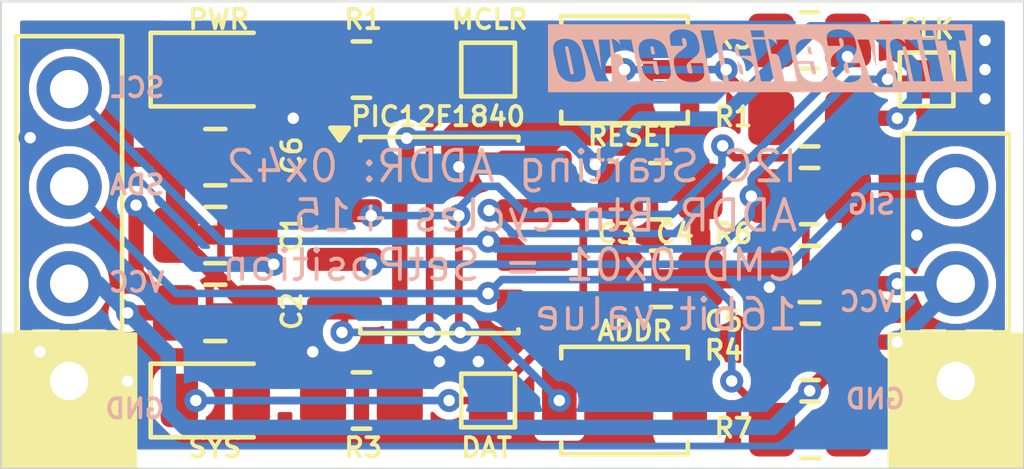
<source format=kicad_pcb>
(kicad_pcb (version 20241229) (generator "pcbnew") (generator_version "9.0")
  (layers (0 "F.Cu" signal) (2 "B.Cu" signal) (13 "F.Paste" user) (15 "B.Paste" user) (5 "F.SilkS" user "F.Silkscreen") (7 "B.SilkS" user "B.Silkscreen") (1 "F.Mask" user) (3 "B.Mask" user) (25 "Edge.Cuts" user))
  (net 0 "")
  (net 1 "Net-(D1-A)")
  (net 2 "Net-(D2-A)")
  (net 3 "Net-(Q1-B)")
  (net 4 "/GND")
  (net 5 "/VCC")
  (net 6 "/SIG")
  (net 7 "/SCL")
  (net 8 "/SDA")
  (net 9 "/MCLR")
  (net 10 "/BTN")
  (net 11 "/SYSLED")
  (footprint "Resistor_SMD:R_0805_2012Metric_Pad1.20x1.40mm_HandSolder" (layer "F.Cu") (at 175.514 96.774 180)
    (property "Reference" "R6" (hide yes))
    (property "Value" "R" (hide yes))
    (pad "1" smd roundrect (at -1 0 180) (size 1.2 1.4) (layers "F.Cu" "F.Mask" "F.Paste") (roundrect_rratio 0.208333) (net 5 "/VCC"))
    (pad "2" smd roundrect (at 1 0 180) (size 1.2 1.4) (layers "F.Cu" "F.Mask" "F.Paste") (roundrect_rratio 0.208333) (net 7 "/SCL"))
  )
  (footprint "Resistor_SMD:R_0805_2012Metric_Pad1.20x1.40mm_HandSolder" (layer "F.Cu") (at 163.83 102.108 180)
    (property "Reference" "R3" (hide yes))
    (property "Value" "R" (hide yes))
    (pad "1" smd roundrect (at -1 0 180) (size 1.2 1.4) (layers "F.Cu" "F.Mask" "F.Paste") (roundrect_rratio 0.208333) (net 5 "/VCC"))
    (pad "2" smd roundrect (at 1 0 180) (size 1.2 1.4) (layers "F.Cu" "F.Mask" "F.Paste") (roundrect_rratio 0.208333) (net 2 "Net-(D2-A)"))
  )
  (footprint "Button_Switch_SMD:SW_SPST_B3U-1000P" (layer "F.Cu") (at 170.688 102.108 180)
    (property "Reference" "SW2" (hide yes))
    (property "Value" "SW_Push" (hide yes))
    (pad "1" smd rect (at -1.7 0 180) (size 0.9 1.7) (layers "F.Cu" "F.Mask" "F.Paste") (net 4 "/GND"))
    (pad "2" smd rect (at 1.7 0 180) (size 0.9 1.7) (layers "F.Cu" "F.Mask" "F.Paste") (net 10 "/BTN"))
  )
  (footprint "Button_Switch_SMD:SW_SPST_B3U-1000P" (layer "F.Cu") (at 170.688 93.472 180)
    (property "Reference" "SW1" (hide yes))
    (property "Value" "SW_Push" (hide yes))
    (pad "1" smd rect (at -1.7 0 180) (size 0.9 1.7) (layers "F.Cu" "F.Mask" "F.Paste") (net 4 "/GND"))
    (pad "2" smd rect (at 1.7 0 180) (size 0.9 1.7) (layers "F.Cu" "F.Mask" "F.Paste") (net 9 "/MCLR"))
  )
  (footprint "TestPoint:TestPoint_Pad_1.0x1.0mm" (layer "F.Cu") (at 167.132 102.108)
    (property "Reference" "TP2" (hide yes))
    (property "Value" "TestPoint" (hide yes))
    (pad "1" smd rect (at 0 0) (size 1 1) (layers "F.Cu" "F.Mask") (net 11 "/SYSLED"))
  )
  (footprint "Resistor_SMD:R_0805_2012Metric_Pad1.20x1.40mm_HandSolder" (layer "F.Cu") (at 175.53 100.838 180)
    (property "Reference" "R4" (hide yes))
    (property "Value" "R" (hide yes))
    (pad "1" smd roundrect (at -1 0 180) (size 1.2 1.4) (layers "F.Cu" "F.Mask" "F.Paste") (roundrect_rratio 0.208333) (net 5 "/VCC"))
    (pad "2" smd roundrect (at 1 0 180) (size 1.2 1.4) (layers "F.Cu" "F.Mask" "F.Paste") (roundrect_rratio 0.208333) (net 10 "/BTN"))
  )
  (footprint "TestPoint:TestPoint_Pad_1.0x1.0mm" (layer "F.Cu") (at 167.132 93.472)
    (property "Reference" "TP1" (hide yes))
    (property "Value" "TestPoint" (hide yes))
    (pad "1" smd rect (at 0 0) (size 1 1) (layers "F.Cu" "F.Mask") (net 9 "/MCLR"))
  )
  (footprint "Capacitor_SMD:C_0805_2012Metric_Pad1.18x1.45mm_HandSolder" (layer "F.Cu") (at 171.6175 96.647)
    (property "Reference" "C3" (hide yes))
    (property "Value" "C" (hide yes))
    (pad "1" smd roundrect (at -1.0375 0) (size 1.175 1.45) (layers "F.Cu" "F.Mask" "F.Paste") (roundrect_rratio 0.212766) (net 5 "/VCC"))
    (pad "2" smd roundrect (at 1.0375 0) (size 1.175 1.45) (layers "F.Cu" "F.Mask" "F.Paste") (roundrect_rratio 0.212766) (net 4 "/GND"))
  )
  (footprint "LED_SMD:LED_0805_2012Metric" (layer "F.Cu") (at 160.02 93.472)
    (property "Reference" "D1" (hide yes))
    (property "Value" "LED" (hide yes))
    (pad "1" smd roundrect (at -0.9375 0) (size 0.975 1.4) (layers "F.Cu" "F.Mask" "F.Paste") (net 4 "/GND"))
    (pad "2" smd roundrect (at 0.9375 0) (size 0.975 1.4) (layers "F.Cu" "F.Mask" "F.Paste") (net 1 "Net-(D1-A)"))
  )
  (footprint "Capacitor_SMD:C_0805_2012Metric_Pad1.18x1.45mm_HandSolder" (layer "F.Cu") (at 160.02 95.758 180)
    (property "Reference" "C6" (hide yes))
    (property "Value" "C" (hide yes))
    (pad "1" smd roundrect (at -1.0375 0 180) (size 1.175 1.45) (layers "F.Cu" "F.Mask" "F.Paste") (roundrect_rratio 0.212766) (net 5 "/VCC"))
    (pad "2" smd roundrect (at 1.0375 0 180) (size 1.175 1.45) (layers "F.Cu" "F.Mask" "F.Paste") (roundrect_rratio 0.212766) (net 4 "/GND"))
  )
  (footprint "TestPoint:TestPoint_Pad_1.0x1.0mm" (layer "F.Cu") (at 178.562 93.726)
    (property "Reference" "TP3" (hide yes))
    (property "Value" "TestPoint" (hide yes))
    (pad "1" smd rect (at 0 0) (size 1 1) (layers "F.Cu" "F.Mask") (net 7 "/SCL"))
  )
  (footprint "Capacitor_SMD:C_0805_2012Metric_Pad1.18x1.45mm_HandSolder" (layer "F.Cu") (at 175.514 98.806 180)
    (property "Reference" "C5" (hide yes))
    (property "Value" "C" (hide yes))
    (pad "1" smd roundrect (at -1.0375 0 180) (size 1.175 1.45) (layers "F.Cu" "F.Mask" "F.Paste") (roundrect_rratio 0.212766) (net 5 "/VCC"))
    (pad "2" smd roundrect (at 1.0375 0 180) (size 1.175 1.45) (layers "F.Cu" "F.Mask" "F.Paste") (roundrect_rratio 0.212766) (net 4 "/GND"))
  )
  (footprint "Capacitor_SMD:C_0805_2012Metric_Pad1.18x1.45mm_HandSolder" (layer "F.Cu") (at 160.02 99.822)
    (property "Reference" "C2" (hide yes))
    (property "Value" "C" (hide yes))
    (pad "1" smd roundrect (at -1.0375 0) (size 1.175 1.45) (layers "F.Cu" "F.Mask" "F.Paste") (roundrect_rratio 0.212766) (net 5 "/VCC"))
    (pad "2" smd roundrect (at 1.0375 0) (size 1.175 1.45) (layers "F.Cu" "F.Mask" "F.Paste") (roundrect_rratio 0.212766) (net 4 "/GND"))
  )
  (footprint "LED_SMD:LED_0805_2012Metric" (layer "F.Cu") (at 160.02 102.108)
    (property "Reference" "D2" (hide yes))
    (property "Value" "LED" (hide yes))
    (pad "1" smd roundrect (at -0.9375 0) (size 0.975 1.4) (layers "F.Cu" "F.Mask" "F.Paste") (net 11 "/SYSLED"))
    (pad "2" smd roundrect (at 0.9375 0) (size 0.975 1.4) (layers "F.Cu" "F.Mask" "F.Paste") (net 2 "Net-(D2-A)"))
  )
  (footprint "Resistor_SMD:R_0805_2012Metric_Pad1.20x1.40mm_HandSolder" (layer "F.Cu") (at 163.83 93.472 180)
    (property "Reference" "R2" (hide yes))
    (property "Value" "R" (hide yes))
    (pad "1" smd roundrect (at -1 0 180) (size 1.2 1.4) (layers "F.Cu" "F.Mask" "F.Paste") (roundrect_rratio 0.208333) (net 5 "/VCC"))
    (pad "2" smd roundrect (at 1 0 180) (size 1.2 1.4) (layers "F.Cu" "F.Mask" "F.Paste") (roundrect_rratio 0.208333) (net 1 "Net-(D1-A)"))
  )
  (footprint "Resistor_SMD:R_0805_2012Metric_Pad1.20x1.40mm_HandSolder" (layer "F.Cu") (at 175.53 102.87 180)
    (property "Reference" "R7" (hide yes))
    (property "Value" "R" (hide yes))
    (pad "1" smd roundrect (at -1 0 180) (size 1.2 1.4) (layers "F.Cu" "F.Mask" "F.Paste") (roundrect_rratio 0.208333) (net 5 "/VCC"))
    (pad "2" smd roundrect (at 1 0 180) (size 1.2 1.4) (layers "F.Cu" "F.Mask" "F.Paste") (roundrect_rratio 0.208333) (net 8 "/SDA"))
  )
  (footprint "Capacitor_SMD:C_0805_2012Metric_Pad1.18x1.45mm_HandSolder" (layer "F.Cu") (at 160.02 97.79 180)
    (property "Reference" "C1" (hide yes))
    (property "Value" "C" (hide yes))
    (pad "1" smd roundrect (at -1.0375 0 180) (size 1.175 1.45) (layers "F.Cu" "F.Mask" "F.Paste") (roundrect_rratio 0.212766) (net 5 "/VCC"))
    (pad "2" smd roundrect (at 1.0375 0 180) (size 1.175 1.45) (layers "F.Cu" "F.Mask" "F.Paste") (roundrect_rratio 0.212766) (net 4 "/GND"))
  )
  (footprint "Connector_PinHeader_2.54mm:PinHeader_1x03_P2.54mm_Vertical" (layer "F.Cu") (at 179.324 101.6 180)
    (property "Reference" "J1" (hide yes))
    (property "Value" "Conn_01x03_Pin" (hide yes))
    (pad "1" thru_hole rect (at 0 0 180) (size 1.7 1.7) (drill 1) (layers "*.Cu" "*.Mask") (net 4 "/GND"))
    (pad "2" thru_hole circle (at 0 2.54 180) (size 1.7 1.7) (drill 1) (layers "*.Cu" "*.Mask") (net 5 "/VCC"))
    (pad "3" thru_hole circle (at 0 5.08 180) (size 1.7 1.7) (drill 1) (layers "*.Cu" "*.Mask") (net 6 "/SIG"))
  )
  (footprint "Connector_PinHeader_2.54mm:PinHeader_1x04_P2.54mm_Vertical" (layer "F.Cu") (at 156.21 101.6 180)
    (property "Reference" "J2" (hide yes))
    (property "Value" "Conn_01x04_Pin" (hide yes))
    (pad "1" thru_hole rect (at 0 0 180) (size 1.7 1.7) (drill 1) (layers "*.Cu" "*.Mask") (net 4 "/GND"))
    (pad "2" thru_hole circle (at 0 2.54 180) (size 1.7 1.7) (drill 1) (layers "*.Cu" "*.Mask") (net 5 "/VCC"))
    (pad "3" thru_hole circle (at 0 5.08 180) (size 1.7 1.7) (drill 1) (layers "*.Cu" "*.Mask") (net 8 "/SDA"))
    (pad "4" thru_hole circle (at 0 7.62 180) (size 1.7 1.7) (drill 1) (layers "*.Cu" "*.Mask") (net 7 "/SCL"))
  )
  (footprint "Resistor_SMD:R_0805_2012Metric_Pad1.20x1.40mm_HandSolder" (layer "F.Cu") (at 175.514 94.742 180)
    (property "Reference" "R1" (hide yes))
    (property "Value" "R" (hide yes))
    (pad "1" smd roundrect (at -1 0 180) (size 1.2 1.4) (layers "F.Cu" "F.Mask" "F.Paste") (roundrect_rratio 0.208333) (net 5 "/VCC"))
    (pad "2" smd roundrect (at 1 0 180) (size 1.2 1.4) (layers "F.Cu" "F.Mask" "F.Paste") (roundrect_rratio 0.208333) (net 9 "/MCLR"))
  )
  (footprint "Capacitor_SMD:C_0805_2012Metric_Pad1.18x1.45mm_HandSolder" (layer "F.Cu") (at 171.639 98.933)
    (property "Reference" "C4" (hide yes))
    (property "Value" "C" (hide yes))
    (pad "1" smd roundrect (at -1.0375 0) (size 1.175 1.45) (layers "F.Cu" "F.Mask" "F.Paste") (roundrect_rratio 0.212766) (net 5 "/VCC"))
    (pad "2" smd roundrect (at 1.0375 0) (size 1.175 1.45) (layers "F.Cu" "F.Mask" "F.Paste") (roundrect_rratio 0.212766) (net 4 "/GND"))
  )
  (footprint "Package_SO:SOIC-8_3.9x4.9mm_P1.27mm" (layer "F.Cu") (at 165.862 97.79)
    (property "Reference" "U1" (hide yes))
    (property "Value" "PIC12LF1840-xSN" (hide yes))
    (pad "1" smd roundrect (at -2.475 -1.905) (size 1.95 0.6) (layers "F.Cu" "F.Mask" "F.Paste") (net 5 "/VCC"))
    (pad "2" smd roundrect (at -2.475 -0.635) (size 1.95 0.6) (layers "F.Cu" "F.Mask" "F.Paste") (net 10 "/BTN"))
    (pad "3" smd roundrect (at -2.475 0.635) (size 1.95 0.6) (layers "F.Cu" "F.Mask" "F.Paste") (net 6 "/SIG"))
    (pad "4" smd roundrect (at -2.475 1.905) (size 1.95 0.6) (layers "F.Cu" "F.Mask" "F.Paste") (net 9 "/MCLR"))
    (pad "5" smd roundrect (at 2.475 1.905) (size 1.95 0.6) (layers "F.Cu" "F.Mask" "F.Paste") (net 8 "/SDA"))
    (pad "6" smd roundrect (at 2.475 0.635) (size 1.95 0.6) (layers "F.Cu" "F.Mask" "F.Paste") (net 7 "/SCL"))
    (pad "7" smd roundrect (at 2.475 -0.635) (size 1.95 0.6) (layers "F.Cu" "F.Mask" "F.Paste") (net 11 "/SYSLED"))
    (pad "8" smd roundrect (at 2.475 -1.905) (size 1.95 0.6) (layers "F.Cu" "F.Mask" "F.Paste") (net 4 "/GND"))
  )
  (footprint "Resistor_SMD:R_0805_2012Metric_Pad1.20x1.40mm_HandSolder" (layer "F.Cu") (at 175.514 92.71)
    (property "Reference" "R5" (hide yes))
    (property "Value" "R" (hide yes))
    (pad "1" smd roundrect (at -1 0) (size 1.2 1.4) (layers "F.Cu" "F.Mask" "F.Paste") (roundrect_rratio 0.208333) (net 3 "Net-(Q1-B)"))
    (pad "2" smd roundrect (at 1 0) (size 1.2 1.4) (layers "F.Cu" "F.Mask" "F.Paste") (roundrect_rratio 0.208333) (net 11 "/SYSLED"))
  )
  (gr_poly (pts (xy 175.51665 92.867225) (xy 175.533301 92.88229) (xy 175.544793 92.911843) (xy 175.564588 92.993885) (xy 175.580928 93.07258) (xy 175.48626 93.07258) (xy 175.46992 92.993885) (xy 175.456909 92.917176) (xy 175.456291 92.885954) (xy 175.465671 92.867843) (xy 175.487286 92.861554)) (fill yes) (layer "B.SilkS"))
  (gr_poly (pts (xy 171.423921 92.867225) (xy 171.440572 92.88229) (xy 171.452064 92.911843) (xy 171.47186 92.993885) (xy 171.4882 93.07258) (xy 171.393531 93.07258) (xy 171.377191 92.993885) (xy 171.364181 92.917176) (xy 171.363563 92.885954) (xy 171.372943 92.867843) (xy 171.394557 92.861554)) (fill yes) (layer "B.SilkS"))
  (gr_poly (pts (xy 179.756065 94.064085) (xy 168.692937 94.064085) (xy 168.692937 92.898484) (xy 168.82627 92.898484) (xy 168.828433 92.961791) (xy 168.846347 93.070382) (xy 168.901668 93.336362) (xy 168.934221 93.47263) (xy 168.960726 93.551272) (xy 168.996444 93.616315) (xy 169.049093 93.678913) (xy 169.113757 93.730451) (xy 169.188751 93.766547) (xy 169.271445 93.787484) (xy 169.364972 93.794757) (xy 169.467332 93.788114) (xy 169.542 93.770651) (xy 169.585816 93.750822) (xy 169.618767 93.726526) (xy 169.64275 93.697817) (xy 169.666536 93.645313) (xy 169.677188 93.579921) (xy 169.673515 93.502719) (xy 169.651689 93.372413) (xy 169.593803 93.094122) (xy 169.568778 92.993615) (xy 169.54145 92.916115) (xy 169.512617 92.857598) (xy 169.474965 92.805118) (xy 169.427386 92.759681) (xy 169.368709 92.72087) (xy 169.304055 92.692896) (xy 169.283489 92.688044) (xy 169.564128 92.688044) (xy 169.941849 93.776) (xy 170.364414 93.776) (xy 170.30096 92.688044) (xy 170.011532 92.688044) (xy 170.086856 93.486352) (xy 169.962073 93.055508) (xy 169.853629 92.688044) (xy 169.564128 92.688044) (xy 169.283489 92.688044) (xy 169.229972 92.675418) (xy 169.144641 92.669286) (xy 170.344923 92.669286) (xy 170.424864 93.053822) (xy 170.507989 93.060842) (xy 170.560639 93.078369) (xy 170.600817 93.108107) (xy 170.626145 93.146586) (xy 170.644659 93.204642) (xy 170.677582 93.347939) (xy 170.766609 93.776) (xy 171.090548 93.776) (xy 170.912633 92.920253) (xy 171.054681 92.920253) (xy 171.058541 92.999985) (xy 171.075893 93.106872) (xy 171.105862 93.25078) (xy 171.525276 93.25078) (xy 171.574149 93.486059) (xy 171.584785 93.553779) (xy 171.583528 93.581167) (xy 171.572368 93.596685) (xy 171.547844 93.602489) (xy 171.515287 93.595245) (xy 171.492669 93.574206) (xy 171.476753 93.538827) (xy 171.457498 93.464663) (xy 171.427603 93.321122) (xy 171.120443 93.321122) (xy 171.13715 93.401429) (xy 171.160396 93.49602) (xy 171.181846 93.556327) (xy 171.212268 93.609491) (xy 171.263985 93.671879) (xy 171.327204 93.725776) (xy 171.399027 93.764056) (xy 171.479946 93.786581) (xy 171.581403 93.794757) (xy 171.679505 93.786657) (xy 171.756378 93.764496) (xy 171.801849 93.740687) (xy 171.83625 93.712995) (xy 171.861378 93.681404) (xy 171.886756 93.626092) (xy 171.897722 93.565193) (xy 171.895036 93.495104) (xy 171.87618 93.380619) (xy 171.810307 93.063787) (xy 171.786001 92.969927) (xy 171.757571 92.896171) (xy 171.725897 92.839133) (xy 171.685194 92.788853) (xy 171.635651 92.746997) (xy 171.5762 92.713103) (xy 171.511688 92.688932) (xy 171.44318 92.674274) (xy 171.369864 92.669286) (xy 171.280226 92.675979) (xy 171.210275 92.694197) (xy 171.155981 92.722043) (xy 171.110303 92.761674) (xy 171.07903 92.80785) (xy 171.060726 92.861921) (xy 171.058235 92.885954) (xy 171.054681 92.920253) (xy 170.912633 92.920253) (xy 170.864355 92.688044) (xy 170.540415 92.688044) (xy 170.583646 92.834077) (xy 170.525821 92.760879) (xy 170.467387 92.711617) (xy 170.407598 92.68191) (xy 170.344923 92.669286) (xy 169.144641 92.669286) (xy 169.072397 92.673419) (xy 169.012991 92.684857) (xy 168.964316 92.702479) (xy 168.919506 92.727973) (xy 168.88586 92.756728) (xy 168.861588 92.788794) (xy 168.836853 92.843403) (xy 168.829198 92.883243) (xy 168.82627 92.898484) (xy 168.692937 92.898484) (xy 168.692937 92.619367) (xy 171.867548 92.619367) (xy 171.871476 92.691067) (xy 171.889588 92.799492) (xy 171.900579 92.852175) (xy 172.214041 92.852175) (xy 172.193451 92.75311) (xy 172.1843 92.689669) (xy 172.18715 92.664817) (xy 172.199412 92.651008) (xy 172.2232 92.645839) (xy 172.251109 92.652011) (xy 172.274637 92.670972) (xy 172.291909 92.700183) (xy 172.306071 92.747102) (xy 172.3137 92.808832) (xy 172.309002 92.845947) (xy 172.288839 92.878145) (xy 172.230527 92.927427) (xy 172.101739 93.027384) (xy 172.028702 93.100748) (xy 171.993709 93.15406) (xy 171.980103 93.196817) (xy 171.97381 93.255103) (xy 171.97733 93.333409) (xy 171.994002 93.436893) (xy 172.017961 93.531048) (xy 172.04359 93.598841) (xy 172.069986 93.64594) (xy 172.104957 93.686252) (xy 172.153642 93.723857) (xy 172.21895 93.758634) (xy 172.28854 93.783624) (xy 172.363527 93.798903) (xy 172.44485 93.804136) (xy 172.533937 93.797658) (xy 172.606379 93.779715) (xy 172.665255 93.751819) (xy 172.715545 93.712044) (xy 172.747145 93.668051) (xy 172.763074 93.618609) (xy 172.766832 93.564458) (xy 172.761867 93.489737) (xy 172.744976 93.388972) (xy 172.726951 93.302364) (xy 172.413489 93.302364) (xy 172.446829 93.462685) (xy 172.456536 93.530518) (xy 172.453423 93.557866) (xy 172.439505 93.573147) (xy 172.410852 93.579042) (xy 172.38018 93.572359) (xy 172.355091 93.552078) (xy 172.336766 93.520819) (xy 172.321972 93.471771) (xy 172.310241 93.391729) (xy 172.311979 93.344538) (xy 172.321385 93.318704) (xy 172.35797 93.278787) (xy 172.454376 93.198023) (xy 172.551947 93.116951) (xy 172.595353 93.074046) (xy 172.622231 93.030279) (xy 172.640928 92.967507) (xy 172.645237 92.895109) (xy 172.631696 92.793704) (xy 172.605524 92.692666) (xy 172.577 92.620462) (xy 172.547212 92.570734) (xy 172.508463 92.527997) (xy 172.460266 92.491292) (xy 172.401253 92.460532) (xy 172.367125 92.448882) (xy 172.667453 92.448882) (xy 172.943399 93.776) (xy 173.27701 93.776) (xy 173.089567 92.874524) (xy 173.236856 92.874524) (xy 173.247982 92.982803) (xy 173.294009 93.23041) (xy 173.300011 93.259279) (xy 173.407436 93.776) (xy 173.722582 93.776) (xy 173.702139 93.677814) (xy 173.747787 93.72992) (xy 173.796954 93.765521) (xy 173.852405 93.787321) (xy 173.91485 93.794757) (xy 173.969846 93.789143) (xy 174.017987 93.772902) (xy 174.060736 93.746104) (xy 174.082467 93.719864) (xy 174.096071 93.679774) (xy 174.099294 93.620027) (xy 174.087408 93.533027) (xy 174.06887 93.443854) (xy 174.046906 93.363574) (xy 174.022443 93.310659) (xy 173.996623 93.277817) (xy 173.961696 93.252105) (xy 173.896725 93.218376) (xy 173.788454 93.174722) (xy 173.635171 93.11199) (xy 173.599704 93.088773) (xy 173.586115 93.060442) (xy 173.569735 92.998575) (xy 173.557556 92.920107) (xy 173.55911 92.88742) (xy 173.571406 92.868164) (xy 173.595014 92.861554) (xy 173.623616 92.867404) (xy 173.640443 92.883316) (xy 173.652101 92.913802) (xy 173.671877 92.996083) (xy 173.695618 93.110096) (xy 173.99948 93.110096) (xy 173.984313 93.037189) (xy 173.963209 92.953532) (xy 173.940007 92.889886) (xy 173.915436 92.842577) (xy 173.882999 92.800869) (xy 173.837422 92.760616) (xy 173.776071 92.72175) (xy 173.709651 92.693423) (xy 173.686352 92.688044) (xy 174.023221 92.688044) (xy 174.249414 93.776) (xy 174.583025 93.776) (xy 174.356832 92.688044) (xy 174.023221 92.688044) (xy 173.686352 92.688044) (xy 173.632389 92.675586) (xy 173.542184 92.669286) (xy 174.437652 92.669286) (xy 174.517593 93.053822) (xy 174.600717 93.060842) (xy 174.653367 93.078369) (xy 174.693545 93.108107) (xy 174.718873 93.146586) (xy 174.737388 93.204642) (xy 174.770311 93.347939) (xy 174.859337 93.776) (xy 175.183277 93.776) (xy 175.005361 92.920253) (xy 175.147409 92.920253) (xy 175.15127 92.999985) (xy 175.168622 93.106872) (xy 175.198591 93.25078) (xy 175.618004 93.25078) (xy 175.666877 93.486059) (xy 175.677514 93.553779) (xy 175.676256 93.581167) (xy 175.665097 93.596685) (xy 175.640572 93.602489) (xy 175.608016 93.595245) (xy 175.585398 93.574206) (xy 175.569482 93.538827) (xy 175.550227 93.464663) (xy 175.520332 93.321122) (xy 175.213172 93.321122) (xy 175.229878 93.401429) (xy 175.253125 93.49602) (xy 175.274575 93.556327) (xy 175.304996 93.609491) (xy 175.356713 93.671879) (xy 175.419932 93.725776) (xy 175.491755 93.764056) (xy 175.572674 93.786581) (xy 175.674131 93.794757) (xy 175.772233 93.786657) (xy 175.849107 93.764496) (xy 175.894577 93.740687) (xy 175.928979 93.712995) (xy 175.954107 93.681404) (xy 175.979484 93.626092) (xy 175.99045 93.565193) (xy 175.987764 93.495104) (xy 175.968908 93.380619) (xy 175.903036 93.063787) (xy 175.87873 92.969927) (xy 175.850299 92.896171) (xy 175.818625 92.839133) (xy 175.777922 92.788853) (xy 175.728379 92.746997) (xy 175.668929 92.713103) (xy 175.604417 92.688932) (xy 175.535908 92.674274) (xy 175.462593 92.669286) (xy 175.372954 92.675979) (xy 175.303004 92.694197) (xy 175.248709 92.722043) (xy 175.203031 92.761674) (xy 175.171759 92.80785) (xy 175.153454 92.861921) (xy 175.150963 92.885954) (xy 175.147409 92.920253) (xy 175.005361 92.920253) (xy 174.957083 92.688044) (xy 174.633144 92.688044) (xy 174.676375 92.834077) (xy 174.618549 92.760879) (xy 174.560116 92.711617) (xy 174.500326 92.68191) (xy 174.437652 92.669286) (xy 173.542184 92.669286) (xy 173.457255 92.673971) (xy 173.392239 92.686521) (xy 173.3432 92.705133) (xy 173.306832 92.728711) (xy 173.266861 92.77218) (xy 173.244074 92.820129) (xy 173.236856 92.874524) (xy 173.089567 92.874524) (xy 173.001064 92.448882) (xy 173.973468 92.448882) (xy 174.009592 92.622392) (xy 174.343203 92.622392) (xy 174.342573 92.619367) (xy 175.960277 92.619367) (xy 175.964205 92.691067) (xy 175.982317 92.799492) (xy 175.993308 92.852175) (xy 176.306769 92.852175) (xy 176.28618 92.75311) (xy 176.277028 92.689669) (xy 176.279878 92.664817) (xy 176.29214 92.651008) (xy 176.315928 92.645839) (xy 176.343837 92.652011) (xy 176.367366 92.670972) (xy 176.384638 92.700183) (xy 176.3988 92.747102) (xy 176.406428 92.808832) (xy 176.401731 92.845947) (xy 176.381568 92.878145) (xy 176.323256 92.927427) (xy 176.194468 93.027384) (xy 176.121431 93.100748) (xy 176.086438 93.15406) (xy 176.072832 93.196817) (xy 176.066539 93.255103) (xy 176.070059 93.333409) (xy 176.086731 93.436893) (xy 176.110689 93.531048) (xy 176.136319 93.598841) (xy 176.162715 93.64594) (xy 176.197685 93.686252) (xy 176.246371 93.723857) (xy 176.311678 93.758634) (xy 176.381269 93.783624) (xy 176.456255 93.798903) (xy 176.537579 93.804136) (xy 176.626665 93.797658) (xy 176.699108 93.779715) (xy 176.757983 93.751819) (xy 176.808273 93.712044) (xy 176.839873 93.668051) (xy 176.855803 93.618609) (xy 176.859561 93.564458) (xy 176.854595 93.489737) (xy 176.837704 93.388972) (xy 176.819679 93.302364) (xy 176.506218 93.302364) (xy 176.539557 93.462685) (xy 176.549264 93.530518) (xy 176.546152 93.557866) (xy 176.532233 93.573147) (xy 176.50358 93.579042) (xy 176.472909 93.572359) (xy 176.447819 93.552078) (xy 176.429494 93.520819) (xy 176.4147 93.471771) (xy 176.40297 93.391729) (xy 176.404708 93.344538) (xy 176.414114 93.318704) (xy 176.450699 93.278787) (xy 176.547104 93.198023) (xy 176.644675 93.116951) (xy 176.688081 93.074046) (xy 176.71496 93.030279) (xy 176.733657 92.967507) (xy 176.737965 92.895109) (xy 176.724424 92.793704) (xy 176.698253 92.692666) (xy 176.696427 92.688044) (xy 176.75835 92.688044) (xy 177.015025 93.475214) (xy 177.073143 93.648466) (xy 177.10493 93.732036) (xy 177.138405 93.795451) (xy 177.177617 93.84451) (xy 177.226045 93.882576) (xy 177.28694 93.909796) (xy 177.36133 93.924563) (xy 177.487341 93.930752) (xy 177.683786 93.930752) (xy 177.647736 93.757242) (xy 177.578764 93.754724) (xy 177.549037 93.749475) (xy 177.530406 93.737101) (xy 177.520168 93.714524) (xy 177.516431 93.600291) (xy 177.505648 92.81063) (xy 177.608242 92.81063) (xy 177.612348 92.881211) (xy 177.635279 93.014182) (xy 177.793695 93.776) (xy 178.117561 93.776) (xy 177.960977 93.022974) (xy 177.942286 92.920889) (xy 177.939728 92.886174) (xy 177.948712 92.868282) (xy 177.974679 92.861554) (xy 178.004578 92.868786) (xy 178.023992 92.889838) (xy 178.038141 92.929978) (xy 178.064219 93.041) (xy 178.216993 93.776) (xy 178.540932 93.776) (xy 178.314739 92.688044) (xy 178.440695 92.688044) (xy 178.666888 93.776) (xy 179.000499 93.776) (xy 178.774306 92.688044) (xy 178.440695 92.688044) (xy 178.314739 92.688044) (xy 177.985157 92.688044) (xy 178.011535 92.787695) (xy 177.960512 92.734972) (xy 177.906902 92.698889) (xy 177.847718 92.676749) (xy 177.78329 92.669286) (xy 177.729086 92.674325) (xy 177.687377 92.688078) (xy 177.655356 92.70944) (xy 177.630229 92.738621) (xy 177.614683 92.771937) (xy 177.608242 92.81063) (xy 177.505648 92.81063) (xy 177.503974 92.688044) (xy 177.209711 92.688044) (xy 177.257704 93.42788) (xy 177.052614 92.688044) (xy 176.75835 92.688044) (xy 176.696427 92.688044) (xy 176.669729 92.620462) (xy 176.639941 92.570734) (xy 176.601191 92.527997) (xy 176.552995 92.491292) (xy 176.493981 92.460532) (xy 176.459854 92.448882) (xy 178.390942 92.448882) (xy 178.427066 92.622392) (xy 178.760677 92.622392) (xy 178.724554 92.448882) (xy 178.808744 92.448882) (xy 178.864358 92.716181) (xy 179.064833 92.716181) (xy 179.285164 93.776) (xy 179.622732 93.776) (xy 179.402401 92.716181) (xy 179.602069 92.716181) (xy 179.546455 92.448882) (xy 178.808744 92.448882) (xy 178.724554 92.448882) (xy 178.390942 92.448882) (xy 176.459854 92.448882) (xy 176.43063 92.438906) (xy 176.359846 92.425434) (xy 176.280464 92.420745) (xy 176.193513 92.426197) (xy 176.122772 92.441243) (xy 176.065408 92.464415) (xy 176.014568 92.498204) (xy 175.982587 92.534613) (xy 175.965538 92.574325) (xy 175.960277 92.619367) (xy 174.342573 92.619367) (xy 174.30708 92.448882) (xy 173.973468 92.448882) (xy 173.001064 92.448882) (xy 172.667453 92.448882) (xy 172.367125 92.448882) (xy 172.337901 92.438906) (xy 172.267117 92.425434) (xy 172.187736 92.420745) (xy 172.100784 92.426197) (xy 172.030043 92.441243) (xy 171.97268 92.464415) (xy 171.921839 92.498204) (xy 171.889858 92.534613) (xy 171.872809 92.574325) (xy 171.867548 92.619367) (xy 168.692937 92.619367) (xy 168.692937 92.287412) (xy 179.756065 92.287412)) (fill yes) (layer "B.SilkS"))
  (gr_poly (pts (xy 173.702718 93.318188) (xy 173.734452 93.356512) (xy 173.752418 93.40043) (xy 173.770283 93.469279) (xy 173.782758 93.54657) (xy 173.78208 93.578016) (xy 173.770448 93.595907) (xy 173.744198 93.602489) (xy 173.717309 93.597336) (xy 173.7006 93.583292) (xy 173.68877 93.556046) (xy 173.670339 93.482395) (xy 173.623957 93.259279)) (fill yes) (layer "B.SilkS"))
  (gr_poly (pts (xy 169.198868 92.867138) (xy 169.216375 92.883243) (xy 169.229006 92.912937) (xy 169.247882 92.988463) (xy 169.349878 93.478878) (xy 169.361388 93.549606) (xy 169.361089 93.579189) (xy 169.350911 93.596367) (xy 169.328263 93.602489) (xy 169.302816 93.596981) (xy 169.285764 93.58124) (xy 169.273683 93.553461) (xy 169.257408 93.489503) (xy 169.153214 92.988463) (xy 169.140336 92.912079) (xy 169.140171 92.883243) (xy 169.149966 92.867427) (xy 169.173364 92.861554)) (fill yes) (layer "B.SilkS"))
  (gr_line (start 181.102 103.886) (end 154.432 103.886) (stroke (width 0.05)) (layer "Edge.Cuts"))
  (gr_line (start 154.432 91.694) (end 181.102 91.694) (stroke (width 0.05)) (layer "Edge.Cuts"))
  (gr_line (start 154.432 103.886) (end 154.432 91.694) (stroke (width 0.05)) (layer "Edge.Cuts"))
  (gr_line (start 181.102 91.694) (end 181.102 103.886) (stroke (width 0.05)) (layer "Edge.Cuts"))
  (gr_text "R5" (at 172.974 92.964 0) (layer "F.SilkS") (effects (font (size 0.5 0.5) (thickness 0.1)) (justify left bottom)))
  (gr_text "R7" (at 172.974 103.124 0) (layer "F.SilkS") (effects (font (size 0.5 0.5) (thickness 0.1)) (justify left bottom)))
  (gr_text "C4" (at 171.45 98.044 0) (layer "F.SilkS") (effects (font (size 0.5 0.5) (thickness 0.1)) (justify left bottom)))
  (gr_text "C2" (at 162.306 100.33 90) (layer "F.SilkS") (effects (font (size 0.5 0.5) (thickness 0.1)) (justify left bottom)))
  (gr_text "C3" (at 169.926 98.044 0) (layer "F.SilkS") (effects (font (size 0.5 0.5) (thickness 0.1)) (justify left bottom)))
  (gr_text "C1" (at 162.306 98.298 90) (layer "F.SilkS") (effects (font (size 0.5 0.5) (thickness 0.1)) (justify left bottom)))
  (gr_text "R1" (at 172.974 94.996 0) (layer "F.SilkS") (effects (font (size 0.5 0.5) (thickness 0.1)) (justify left bottom)))
  (gr_text "ADDR" (at 169.926 100.584 0) (layer "F.SilkS") (effects (font (size 0.5 0.5) (thickness 0.1)) (justify left bottom)))
  (gr_text "R1" (at 163.322 92.456 0) (layer "F.SilkS") (effects (font (size 0.5 0.5) (thickness 0.1)) (justify left bottom)))
  (gr_text "DAT" (at 166.37 103.632 0) (layer "F.SilkS") (effects (font (size 0.5 0.5) (thickness 0.1)) (justify left bottom)))
  (gr_text "SYS" (at 159.258 103.632 0) (layer "F.SilkS") (effects (font (size 0.5 0.5) (thickness 0.1)) (justify left bottom)))
  (gr_text "PIC12F1840" (at 163.502 94.99 0) (layer "F.SilkS") (effects (font (size 0.5 0.5) (thickness 0.1)) (justify left bottom)))
  (gr_text "PWR" (at 159.258 92.456 0) (layer "F.SilkS") (effects (font (size 0.5 0.5) (thickness 0.1)) (justify left bottom)))
  (gr_text "R3" (at 163.322 103.632 0) (layer "F.SilkS") (effects (font (size 0.5 0.5) (thickness 0.1)) (justify left bottom)))
  (gr_text "RESET" (at 169.672 95.504 0) (layer "F.SilkS") (effects (font (size 0.5 0.5) (thickness 0.1)) (justify left bottom)))
  (gr_text "R4" (at 172.72 101.092 0) (layer "F.SilkS") (effects (font (size 0.5 0.5) (thickness 0.1)) (justify left bottom)))
  (gr_text "R6" (at 172.974 98.044 0) (layer "F.SilkS") (effects (font (size 0.5 0.5) (thickness 0.1)) (justify left bottom)))
  (gr_text "CLK\n" (at 177.8 92.71 0) (layer "F.SilkS") (effects (font (size 0.5 0.5) (thickness 0.1)) (justify left bottom)))
  (gr_text "C6" (at 162.306 96.266 90) (layer "F.SilkS") (effects (font (size 0.5 0.5) (thickness 0.1)) (justify left bottom)))
  (gr_text "C5" (at 172.72 100.33 0) (layer "F.SilkS") (effects (font (size 0.5 0.5) (thickness 0.1)) (justify left bottom)))
  (gr_text "MCLR" (at 166.116 92.456 0) (layer "F.SilkS") (effects (font (size 0.5 0.5) (thickness 0.1)) (justify left bottom)))
  (gr_text "VCC" (at 177.8 99.822 0) (layer "B.SilkS") (effects (font (size 0.5 0.5) (thickness 0.1)) (justify left bottom mirror)))
  (gr_text "SDA" (at 158.75 96.774 0) (layer "B.SilkS") (effects (font (size 0.5 0.5) (thickness 0.1)) (justify left bottom mirror)))
  (gr_text "GND" (at 158.75 102.616 0) (layer "B.SilkS") (effects (font (size 0.5 0.5) (thickness 0.1)) (justify left bottom mirror)))
  (gr_text "VCC" (at 158.75 99.314 0) (layer "B.SilkS") (effects (font (size 0.5 0.5) (thickness 0.1)) (justify left bottom mirror)))
  (gr_text "I2C Starting ADDR: 0x42\nADDR Btn cycles +15\nCMD 0x01 = SetPosition\n16bit value" (at 175.26 100.33 0) (layer "B.SilkS") (effects (font (size 0.8 0.8) (thickness 0.1)) (justify left bottom mirror)))
  (gr_text "GND" (at 178.054 102.362 0) (layer "B.SilkS") (effects (font (size 0.5 0.5) (thickness 0.1)) (justify left bottom mirror)))
  (gr_text "SIG" (at 177.8 97.282 0) (layer "B.SilkS") (effects (font (size 0.5 0.5) (thickness 0.1)) (justify left bottom mirror)))
  (gr_text "SCL" (at 158.75 94.234 0) (layer "B.SilkS") (effects (font (size 0.5 0.5) (thickness 0.1)) (justify left bottom mirror)))
  (segment (start 160.9575 93.472) (end 162.83 93.472) (width 0.2) (layer "F.Cu") (net 1))
  (segment (start 160.9575 102.108) (end 162.83 102.108) (width 0.2) (layer "F.Cu") (net 2))
  (segment (start 168.972 95.25) (end 172.388 95.25) (width 0.4) (layer "F.Cu") (net 4))
  (segment (start 159.0925 94.632) (end 158.9825 94.742) (width 0.4) (layer "F.Cu") (net 4))
  (segment (start 161.0575 99.822) (end 161.0145 99.822) (width 0.4) (layer "F.Cu") (net 4))
  (segment (start 158.9825 95.758) (end 158.9825 94.742) (width 0.4) (layer "F.Cu") (net 4))
  (segment (start 158.9825 97.79) (end 158.9825 95.758) (width 0.4) (layer "F.Cu") (net 4))
  (segment (start 157.734 101.6) (end 158.386 100.948) (width 0.4) (layer "F.Cu") (net 4))
  (segment (start 158.9825 93.572) (end 159.0825 93.472) (width 0.4) (layer "F.Cu") (net 4))
  (segment (start 174.4765 98.806) (end 172.8035 98.806) (width 0.4) (layer "F.Cu") (net 4))
  (segment (start 159.9315 100.948) (end 161.0575 99.822) (width 0.4) (layer "F.Cu") (net 4))
  (segment (start 172.388 99.2215) (end 172.6765 98.933) (width 0.4) (layer "F.Cu") (net 4))
  (segment (start 168.337 95.885) (end 168.972 95.25) (width 0.4) (layer "F.Cu") (net 4))
  (segment (start 158.9825 94.742) (end 158.9825 93.572) (width 0.4) (layer "F.Cu") (net 4))
  (segment (start 161.942 94.632) (end 159.0925 94.632) (width 0.4) (layer "F.Cu") (net 4))
  (segment (start 172.388 102.108) (end 172.388 99.2215) (width 0.4) (layer "F.Cu") (net 4))
  (segment (start 172.6765 98.933) (end 172.6765 96.6685) (width 0.4) (layer "F.Cu") (net 4))
  (segment (start 168.337 95.885) (end 166.497 95.885) (width 0.4) (layer "F.Cu") (net 4))
  (segment (start 172.388 96.38) (end 172.655 96.647) (width 0.4) (layer "F.Cu") (net 4))
  (segment (start 166.497 95.885) (end 166.37 96.012) (width 0.4) (layer "F.Cu") (net 4))
  (segment (start 172.388 93.472) (end 172.388 95.25) (width 0.4) (layer "F.Cu") (net 4))
  (segment (start 172.6765 96.6685) (end 172.655 96.647) (width 0.4) (layer "F.Cu") (net 4))
  (segment (start 158.386 100.948) (end 159.9315 100.948) (width 0.4) (layer "F.Cu") (net 4))
  (segment (start 172.388 95.25) (end 172.388 96.38) (width 0.4) (layer "F.Cu") (net 4))
  (segment (start 162.052 94.742) (end 161.942 94.632) (width 0.4) (layer "F.Cu") (net 4))
  (segment (start 172.8035 98.806) (end 172.6765 98.933) (width 0.4) (layer "F.Cu") (net 4))
  (segment (start 161.0145 99.822) (end 158.9825 97.79) (width 0.4) (layer "F.Cu") (net 4))
  (via (at 162.56 100.838) (size 0.6) (drill 0.3) (layers "F.Cu" "B.Cu") (net 4))
  (via (at 180.086 93.472) (size 0.6) (drill 0.3) (layers "F.Cu" "B.Cu") (net 4))
  (via (at 166.878 101.092) (size 0.6) (drill 0.3) (layers "F.Cu" "B.Cu") (net 4))
  (via (at 180.086 92.71) (size 0.6) (drill 0.3) (layers "F.Cu" "B.Cu") (net 4))
  (via (at 155.448 100.838) (size 0.6) (drill 0.3) (layers "F.Cu" "B.Cu") (net 4))
  (via (at 162.052 94.742) (size 0.6) (drill 0.3) (layers "F.Cu" "B.Cu") (net 4))
  (via (at 165.862 101.092) (size 0.6) (drill 0.3) (layers "F.Cu" "B.Cu") (net 4))
  (via (at 166.37 96.012) (size 0.6) (drill 0.3) (layers "F.Cu" "B.Cu") (net 4))
  (via (at 180.086 94.234) (size 0.6) (drill 0.3) (layers "F.Cu" "B.Cu") (net 4))
  (via (at 157.734 101.6) (size 0.6) (drill 0.3) (layers "F.Cu" "B.Cu") (net 4))
  (via (at 174.465022 99.152) (size 0.6) (drill 0.3) (layers "F.Cu" "B.Cu") (net 4))
  (via (at 155.194 95.25) (size 0.6) (drill 0.3) (layers "F.Cu" "B.Cu") (net 4))
  (via (at 178.308 97.79) (size 0.6) (drill 0.3) (layers "F.Cu" "B.Cu") (net 4))
  (segment (start 176.913022 101.6) (end 174.465022 99.152) (width 0.4) (layer "B.Cu") (net 4))
  (segment (start 156.21 101.6) (end 157.734 101.6) (width 0.4) (layer "B.Cu") (net 4))
  (segment (start 163.322 96.012) (end 162.052 94.742) (width 0.4) (layer "B.Cu") (net 4))
  (segment (start 179.324 101.6) (end 176.913022 101.6) (width 0.4) (layer "B.Cu") (net 4))
  (segment (start 166.37 96.012) (end 163.322 96.012) (width 0.4) (layer "B.Cu") (net 4))
  (segment (start 176.5515 98.806) (end 176.5515 100.8165) (width 0.4) (layer "F.Cu") (net 5))
  (segment (start 157.954471 98.793971) (end 158.9825 99.822) (width 0.4) (layer "F.Cu") (net 5))
  (segment (start 176.53 100.838) (end 176.53 102.87) (width 0.4) (layer "F.Cu") (net 5))
  (segment (start 176.514 94.742) (end 177.292 94.742) (width 0.4) (layer "F.Cu") (net 5))
  (segment (start 176.8055 99.06) (end 176.5515 98.806) (width 0.4) (layer "F.Cu") (net 5))
  (segment (start 176.514 96.774) (end 176.514 94.742) (width 0.4) (layer "F.Cu") (net 5))
  (segment (start 177.8 100.584) (end 176.784 100.584) (width 0.4) (layer "F.Cu") (net 5))
  (segment (start 164.83 102.108) (end 164.83 96.353001) (width 0.4) (layer "F.Cu") (net 5))
  (segment (start 165.008 96.175001) (end 165.008 95.264328) (width 0.4) (layer "F.Cu") (net 5))
  (segment (start 169.926 95.95) (end 169.926 95.993) (width 0.4) (layer "F.Cu") (net 5))
  (segment (start 169.926 95.993) (end 170.58 96.647) (width 0.4) (layer "F.Cu") (net 5))
  (segment (start 161.1845 95.885) (end 161.0575 95.758) (width 0.4) (layer "F.Cu") (net 5))
  (segment (start 170.58 96.647) (end 170.58 98.9115) (width 0.4) (layer "F.Cu") (net 5))
  (segment (start 161.0575 95.758) (end 161.0575 97.79) (width 0.4) (layer "F.Cu") (net 5))
  (segment (start 176.784 100.584) (end 176.53 100.838) (width 0.4) (layer "F.Cu") (net 5))
  (segment (start 157.734 99.822) (end 158.9825 99.822) (width 0.4) (layer "F.Cu") (net 5))
  (segment (start 177.8 99.06) (end 176.8055 99.06) (width 0.4) (layer "F.Cu") (net 5))
  (segment (start 170.58 98.9115) (end 170.6015 98.933) (width 0.4) (layer "F.Cu") (net 5))
  (segment (start 176.5515 96.8115) (end 176.514 96.774) (width 0.4) (layer "F.Cu") (net 5))
  (segment (start 157.954471 97.010223) (end 157.954471 98.793971) (width 0.4) (layer "F.Cu") (net 5))
  (segment (start 164.83 94.442) (end 163.387 95.885) (width 0.4) (layer "F.Cu") (net 5))
  (segment (start 161.0575 98.0655) (end 161.544 98.552) (width 0.4) (layer "F.Cu") (net 5))
  (segment (start 163.387 95.885) (end 161.1845 95.885) (width 0.4) (layer "F.Cu") (net 5))
  (segment (start 176.53 100.838) (end 175.514 101.854) (width 0.4) (layer "F.Cu") (net 5))
  (segment (start 161.0575 97.79) (end 161.0575 98.0655) (width 0.4) (layer "F.Cu") (net 5))
  (segment (start 164.83 96.353001) (end 164.361999 95.885) (width 0.4) (layer "F.Cu") (net 5))
  (segment (start 177.292 94.742) (end 177.8 94.742) (width 0.4) (layer "F.Cu") (net 5))
  (segment (start 164.361999 95.885) (end 163.387 95.885) (width 0.4) (layer "F.Cu") (net 5))
  (segment (start 164.83 93.472) (end 164.83 94.442) (width 0.4) (layer "F.Cu") (net 5))
  (segment (start 176.5515 98.806) (end 176.5515 96.8115) (width 0.4) (layer "F.Cu") (net 5))
  (segment (start 176.5515 100.8165) (end 176.53 100.838) (width 0.4) (layer "F.Cu") (net 5))
  (segment (start 164.83 96.353001) (end 165.008 96.175001) (width 0.4) (layer "F.Cu") (net 5))
  (via (at 177.8 100.584) (size 0.6) (drill 0.3) (layers "F.Cu" "B.Cu") (net 5))
  (via (at 175.514 101.854) (size 0.6) (drill 0.3) (layers "F.Cu" "B.Cu") (net 5))
  (via (at 177.8 99.06) (size 0.6) (drill 0.3) (layers "F.Cu" "B.Cu") (net 5))
  (via (at 169.926 95.95) (size 0.6) (drill 0.3) (layers "F.Cu" "B.Cu") (net 5))
  (via (at 157.954471 97.010223) (size 0.6) (drill 0.3) (layers "F.Cu" "B.Cu") (net 5))
  (via (at 177.8 94.742) (size 0.6) (drill 0.3) (layers "F.Cu" "B.Cu") (net 5))
  (via (at 165.008 95.264328) (size 0.6) (drill 0.3) (layers "F.Cu" "B.Cu") (net 5))
  (via (at 157.734 99.822) (size 0.6) (drill 0.3) (layers "F.Cu" "B.Cu") (net 5))
  (via (at 161.544 98.552) (size 0.6) (drill 0.3) (layers "F.Cu" "B.Cu") (net 5))
  (segment (start 177.242814 92.43145) (end 175.557297 92.43145) (width 0.4) (layer "B.Cu") (net 5))
  (segment (start 175.514 101.854) (end 174.559 102.809) (width 0.4) (layer "B.Cu") (net 5))
  (segment (start 175.557297 92.43145) (end 173.228 94.760747) (width 0.4) (layer "B.Cu") (net 5))
  (segment (start 161.544 98.552) (end 159.496248 98.552) (width 0.4) (layer "B.Cu") (net 5))
  (segment (start 178.247 94.295) (end 178.247 93.435636) (width 0.4) (layer "B.Cu") (net 5))
  (segment (start 159.221636 102.809) (end 158.79648 102.383844) (width 0.4) (layer "B.Cu") (net 5))
  (segment (start 177.8 94.742) (end 178.247 94.295) (width 0.4) (layer "B.Cu") (net 5))
  (segment (start 169.240328 95.264328) (end 169.926 95.95) (width 0.4) (layer "B.Cu") (net 5))
  (segment (start 174.559 102.809) (end 159.221636 102.809) (width 0.4) (layer "B.Cu") (net 5))
  (segment (start 173.228 94.760747) (end 171.115253 94.760747) (width 0.4) (layer "B.Cu") (net 5))
  (segment (start 165.008 95.264328) (end 169.240328 95.264328) (width 0.4) (layer "B.Cu") (net 5))
  (segment (start 156.21 99.06) (end 156.972 99.06) (width 0.4) (layer "B.Cu") (net 5))
  (segment (start 158.79648 102.383844) (end 158.79648 100.88448) (width 0.4) (layer "B.Cu") (net 5))
  (segment (start 179.324 99.06) (end 177.8 99.06) (width 0.4) (layer "B.Cu") (net 5))
  (segment (start 179.324 99.06) (end 177.8 100.584) (width 0.4) (layer "B.Cu") (net 5))
  (segment (start 171.115253 94.760747) (end 169.926 95.95) (width 0.4) (layer "B.Cu") (net 5))
  (segment (start 158.79648 100.88448) (end 157.734 99.822) (width 0.4) (layer "B.Cu") (net 5))
  (segment (start 156.972 99.06) (end 157.734 99.822) (width 0.4) (layer "B.Cu") (net 5))
  (segment (start 159.496248 98.552) (end 157.954471 97.010223) (width 0.4) (layer "B.Cu") (net 5))
  (segment (start 178.247 93.435636) (end 177.242814 92.43145) (width 0.4) (layer "B.Cu") (net 5))
  (segment (start 163.957 98.425) (end 164.084 98.552) (width 0.2) (layer "F.Cu") (net 6))
  (segment (start 163.387 98.425) (end 163.957 98.425) (width 0.2) (layer "F.Cu") (net 6))
  (via (at 164.084 98.552) (size 0.6) (drill 0.3) (layers "F.Cu" "B.Cu") (net 6))
  (segment (start 175.006 98.552) (end 177.038 96.52) (width 0.2) (layer "B.Cu") (net 6))
  (segment (start 177.038 96.52) (end 179.324 96.52) (width 0.2) (layer "B.Cu") (net 6))
  (segment (start 164.084 98.552) (end 175.006 98.552) (width 0.2) (layer "B.Cu") (net 6))
  (segment (start 178.562 93.726) (end 177.546 93.726) (width 0.2) (layer "F.Cu") (net 7))
  (segment (start 167.132 97.952) (end 167.864 97.952) (width 0.2) (layer "F.Cu") (net 7))
  (segment (start 174.514 96.774) (end 173.99 96.774) (width 0.2) (layer "F.Cu") (net 7))
  (segment (start 167.864 97.952) (end 168.337 98.425) (width 0.2) (layer "F.Cu") (net 7))
  (via (at 177.546 93.726) (size 0.6) (drill 0.3) (layers "F.Cu" "B.Cu") (net 7))
  (via (at 167.132 97.952) (size 0.6) (drill 0.3) (layers "F.Cu" "B.Cu") (net 7))
  (via (at 173.99 96.774) (size 0.6) (drill 0.3) (layers "F.Cu" "B.Cu") (net 7))
  (segment (start 172.974 98.151) (end 167.331 98.151) (width 0.2) (layer "B.Cu") (net 7))
  (segment (start 173.99 97.282) (end 173.121 98.151) (width 0.2) (layer "B.Cu") (net 7))
  (segment (start 167.331 98.151) (end 167.132 97.952) (width 0.2) (layer "B.Cu") (net 7))
  (segment (start 173.99 96.774) (end 173.99 97.282) (width 0.2) (layer "B.Cu") (net 7))
  (segment (start 156.21 93.98) (end 160.182 97.952) (width 0.2) (layer "B.Cu") (net 7))
  (segment (start 160.182 97.952) (end 167.132 97.952) (width 0.2) (layer "B.Cu") (net 7))
  (segment (start 173.121 98.151) (end 172.974 98.151) (width 0.2) (layer "B.Cu") (net 7))
  (segment (start 173.99 96.3251) (end 173.99 96.774) (width 0.2) (layer "B.Cu") (net 7))
  (segment (start 176.5891 93.726) (end 173.99 96.3251) (width 0.2) (layer "B.Cu") (net 7))
  (segment (start 177.546 93.726) (end 176.5891 93.726) (width 0.2) (layer "B.Cu") (net 7))
  (segment (start 174.53 102.648) (end 173.482 101.6) (width 0.2) (layer "F.Cu") (net 8))
  (segment (start 174.53 102.87) (end 174.53 102.648) (width 0.2) (layer "F.Cu") (net 8))
  (segment (start 167.956 99.314) (end 168.337 99.695) (width 0.2) (layer "F.Cu") (net 8))
  (segment (start 167.132 99.314) (end 167.956 99.314) (width 0.2) (layer "F.Cu") (net 8))
  (via (at 173.482 101.6) (size 0.6) (drill 0.3) (layers "F.Cu" "B.Cu") (net 8))
  (via (at 167.132 99.314) (size 0.6) (drill 0.3) (layers "F.Cu" "B.Cu") (net 8))
  (segment (start 156.21 96.52) (end 159.004 99.314) (width 0.2) (layer "B.Cu") (net 8))
  (segment (start 173.482 99.568) (end 172.867 98.953) (width 0.2) (layer "B.Cu") (net 8))
  (segment (start 172.974 98.953) (end 167.493 98.953) (width 0.2) (layer "B.Cu") (net 8))
  (segment (start 173.482 101.6) (end 173.482 99.568) (width 0.2) (layer "B.Cu") (net 8))
  (segment (start 159.004 99.314) (end 167.132 99.314) (width 0.2) (layer "B.Cu") (net 8))
  (segment (start 172.867 98.953) (end 172.974 98.953) (width 0.2) (layer "B.Cu") (net 8))
  (segment (start 167.493 98.953) (end 167.132 99.314) (width 0.2) (layer "B.Cu") (net 8))
  (segment (start 173.338002 93.472) (end 173.338002 93.566002) (width 0.2) (layer "F.Cu") (net 9))
  (segment (start 165.608 94.996) (end 167.132 93.472) (width 0.2) (layer "F.Cu") (net 9))
  (segment (start 173.338002 93.566002) (end 174.514 94.742) (width 0.2) (layer "F.Cu") (net 9))
  (segment (start 163.387 100.265) (end 163.322 100.33) (width 0.2) (layer "F.Cu") (net 9))
  (segment (start 165.608 100.33) (end 165.608 94.996) (width 0.2) (layer "F.Cu") (net 9))
  (segment (start 168.988 93.472) (end 170.688 93.472) (width 0.2) (layer "F.Cu") (net 9))
  (segment (start 163.387 99.695) (end 163.387 100.265) (width 0.2) (layer "F.Cu") (net 9))
  (segment (start 167.132 93.472) (end 168.988 93.472) (width 0.2) (layer "F.Cu") (net 9))
  (via (at 163.322 100.33) (size 0.6) (drill 0.3) (layers "F.Cu" "B.Cu") (net 9))
  (via (at 165.608 100.33) (size 0.6) (drill 0.3) (layers "F.Cu" "B.Cu") (net 9))
  (via (at 173.338002 93.472) (size 0.6) (drill 0.3) (layers "F.Cu" "B.Cu") (net 9))
  (via (at 170.688 93.472) (size 0.6) (drill 0.3) (layers "F.Cu" "B.Cu") (net 9))
  (segment (start 163.322 100.33) (end 165.608 100.33) (width 0.2) (layer "B.Cu") (net 9))
  (segment (start 170.688 93.472) (end 173.338002 93.472) (width 0.2) (layer "B.Cu") (net 9))
  (segment (start 175.415 96.08884) (end 175.09916 95.773) (width 0.2) (layer "F.Cu") (net 10))
  (segment (start 174.53 100.838) (end 175.415 99.953) (width 0.2) (layer "F.Cu") (net 10))
  (segment (start 175.415 99.953) (end 175.415 96.08884) (width 0.2) (layer "F.Cu") (net 10))
  (segment (start 166.37 100.291997) (end 166.408003 100.33) (width 0.2) (layer "F.Cu") (net 10))
  (segment (start 175.09916 95.773) (end 173.55816 95.773) (width 0.2) (layer "F.Cu") (net 10))
  (segment (start 163.957 97.155) (end 164.084 97.282) (width 0.2) (layer "F.Cu") (net 10))
  (segment (start 173.55816 95.773) (end 173.246907 95.461747) (width 0.2) (layer "F.Cu") (net 10))
  (segment (start 166.37 97.282) (end 166.37 100.291997) (width 0.2) (layer "F.Cu") (net 10))
  (segment (start 163.387 97.155) (end 163.957 97.155) (width 0.2) (layer "F.Cu") (net 10))
  (via (at 168.988 102.108) (size 0.6) (drill 0.3) (layers "F.Cu" "B.Cu") (net 10))
  (via (at 166.37 97.282) (size 0.6) (drill 0.3) (layers "F.Cu" "B.Cu") (net 10))
  (via (at 164.084 97.282) (size 0.6) (drill 0.3) (layers "F.Cu" "B.Cu") (net 10))
  (via (at 173.246907 95.461747) (size 0.6) (drill 0.3) (layers "F.Cu" "B.Cu") (net 10))
  (via (at 166.408003 100.33) (size 0.6) (drill 0.3) (layers "F.Cu" "B.Cu") (net 10))
  (segment (start 167.21 100.33) (end 168.988 102.108) (width 0.2) (layer "B.Cu") (net 10))
  (segment (start 171.92845 97.25245) (end 168.11845 97.25245) (width 0.2) (layer "B.Cu") (net 10))
  (segment (start 168.11845 97.25245) (end 167.386 96.52) (width 0.2) (layer "B.Cu") (net 10))
  (segment (start 166.936123 96.52) (end 166.37 97.086123) (width 0.2) (layer "B.Cu") (net 10))
  (segment (start 173.228 95.9529) (end 171.92845 97.25245) (width 0.2) (layer "B.Cu") (net 10))
  (segment (start 173.246907 95.461747) (end 173.228 95.480654) (width 0.2) (layer "B.Cu") (net 10))
  (segment (start 166.408003 100.33) (end 167.21 100.33) (width 0.2) (layer "B.Cu") (net 10))
  (segment (start 166.37 97.086123) (end 166.37 97.282) (width 0.2) (layer "B.Cu") (net 10))
  (segment (start 167.386 96.52) (end 166.936123 96.52) (width 0.2) (layer "B.Cu") (net 10))
  (segment (start 173.228 95.480654) (end 173.228 95.9529) (width 0.2) (layer "B.Cu") (net 10))
  (segment (start 164.084 97.282) (end 166.37 97.282) (width 0.2) (layer "B.Cu") (net 10))
  (segment (start 166.116 102.108) (end 167.132 102.108) (width 0.2) (layer "F.Cu") (net 11))
  (segment (start 169.311999 97.155) (end 168.337 97.155) (width 0.2) (layer "F.Cu") (net 11))
  (segment (start 167.16615 97.155) (end 167.158608 97.147458) (width 0.2) (layer "F.Cu") (net 11))
  (segment (start 167.132 102.108) (end 168.944 100.296) (width 0.2) (layer "F.Cu") (net 11))
  (segment (start 168.337 97.155) (end 167.16615 97.155) (width 0.2) (layer "F.Cu") (net 11))
  (segment (start 168.944 100.296) (end 169.583 100.296) (width 0.2) (layer "F.Cu") (net 11))
  (segment (start 169.583 100.296) (end 169.613 100.266) (width 0.2) (layer "F.Cu") (net 11))
  (segment (start 159.0825 102.108) (end 159.512 102.108) (width 0.2) (layer "F.Cu") (net 11))
  (segment (start 169.613 97.456001) (end 169.311999 97.155) (width 0.2) (layer "F.Cu") (net 11))
  (segment (start 169.613 100.266) (end 169.613 97.456001) (width 0.2) (layer "F.Cu") (net 11))
  (via (at 166.116 102.108) (size 0.6) (drill 0.3) (layers "F.Cu" "B.Cu") (net 11))
  (via (at 176.501353 93.13245) (size 0.6) (drill 0.3) (layers "F.Cu" "B.Cu") (net 11))
  (via (at 159.512 102.108) (size 0.6) (drill 0.3) (layers "F.Cu" "B.Cu") (net 11))
  (via (at 167.158608 97.147458) (size 0.6) (drill 0.3) (layers "F.Cu" "B.Cu") (net 11))
  (segment (start 176.514 93.234) (end 171.998 97.75) (width 0.2) (layer "B.Cu") (net 11))
  (segment (start 167.733 97.75) (end 167.733 97.703057) (width 0.2) (layer "B.Cu") (net 11))
  (segment (start 167.177401 97.147458) (end 167.158608 97.147458) (width 0.2) (layer "B.Cu") (net 11))
  (segment (start 171.998 97.75) (end 167.733 97.75) (width 0.2) (layer "B.Cu") (net 11))
  (segment (start 167.733 97.703057) (end 167.177401 97.147458) (width 0.2) (layer "B.Cu") (net 11))
  (segment (start 159.512 102.108) (end 166.116 102.108) (width 0.2) (layer "B.Cu") (net 11))
  (segment (start 176.501353 93.13245) (end 176.514 93.145097) (width 0.2) (layer "B.Cu") (net 11))
  (segment (start 176.514 93.145097) (end 176.514 93.234) (width 0.2) (layer "B.Cu") (net 11))
  (zone (net 4) (net_name "/GND") (layer "F.Cu") (name "GND") (connect_pads (clearance 0)) (min_thickness 0.1) (fill yes (thermal_gap 0.5) (thermal_bridge_width 0.5))
    (polygon (pts (xy 154.432 91.694) (xy 181.102 91.694) (xy 181.102 103.886) (xy 154.432 103.886)))
  )
  (zone (net 4) (net_name "/GND") (layer "B.Cu") (name "GND") (priority 1) (connect_pads (clearance 0)) (min_thickness 0.1) (fill yes (thermal_gap 0.5) (thermal_bridge_width 0.5))
    (polygon (pts (xy 154.432 91.694) (xy 181.102 91.694) (xy 181.102 103.886) (xy 154.432 103.886)))
  )
  (zone (net 0) (net_name "") (layer "F.SilkS") (name "GND") (connect_pads (clearance 0)) (min_thickness 0.1) (fill yes (thermal_gap 0.5) (thermal_bridge_width 0.5))
    (polygon (pts (xy 154.432 100.33) (xy 157.988 100.33) (xy 157.988 103.886) (xy 154.432 103.886)))
  )
  (zone (net 0) (net_name "") (layer "F.SilkS") (name "GND") (connect_pads (clearance 0)) (min_thickness 0.1) (fill yes (thermal_gap 0.5) (thermal_bridge_width 0.5))
    (polygon (pts (xy 177.546 100.33) (xy 181.102 100.33) (xy 181.102 103.886) (xy 177.546 103.886)))
  )
)
</source>
